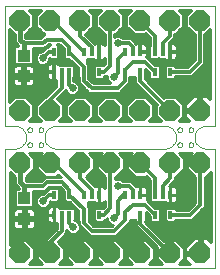
<source format=gbl>
G75*
%MOIN*%
%OFA0B0*%
%FSLAX24Y24*%
%IPPOS*%
%LPD*%
%AMOC8*
5,1,8,0,0,1.08239X$1,22.5*
%
%ADD10C,0.0000*%
%ADD11R,0.0425X0.0413*%
%ADD12R,0.0157X0.0276*%
%ADD13OC8,0.0700*%
%ADD14C,0.0100*%
%ADD15C,0.0260*%
%ADD16C,0.0120*%
%ADD17C,0.0160*%
D10*
X000330Y000150D02*
X000330Y004145D01*
X000643Y004145D01*
X000680Y004147D01*
X000717Y004152D01*
X000753Y004161D01*
X000788Y004174D01*
X000821Y004190D01*
X000853Y004209D01*
X000883Y004231D01*
X000910Y004256D01*
X000935Y004283D01*
X000957Y004313D01*
X000976Y004345D01*
X000992Y004378D01*
X001005Y004413D01*
X001014Y004449D01*
X001019Y004486D01*
X001021Y004523D01*
X001019Y004560D01*
X001014Y004597D01*
X001005Y004633D01*
X000992Y004668D01*
X000976Y004701D01*
X000957Y004733D01*
X000935Y004763D01*
X000910Y004790D01*
X000883Y004815D01*
X000853Y004837D01*
X000821Y004856D01*
X000788Y004872D01*
X000753Y004885D01*
X000717Y004894D01*
X000680Y004899D01*
X000643Y004901D01*
X000643Y004900D02*
X000330Y004900D01*
X000330Y008895D01*
X007322Y008895D01*
X007322Y004900D01*
X007018Y004900D01*
X007018Y004901D02*
X006981Y004899D01*
X006944Y004894D01*
X006908Y004885D01*
X006873Y004872D01*
X006840Y004856D01*
X006808Y004837D01*
X006778Y004815D01*
X006751Y004790D01*
X006726Y004763D01*
X006704Y004733D01*
X006685Y004701D01*
X006669Y004668D01*
X006656Y004633D01*
X006647Y004597D01*
X006642Y004560D01*
X006640Y004523D01*
X006642Y004486D01*
X006647Y004449D01*
X006656Y004413D01*
X006669Y004378D01*
X006685Y004345D01*
X006704Y004313D01*
X006726Y004283D01*
X006751Y004256D01*
X006778Y004231D01*
X006808Y004209D01*
X006840Y004190D01*
X006873Y004174D01*
X006908Y004161D01*
X006944Y004152D01*
X006981Y004147D01*
X007018Y004145D01*
X007322Y004145D01*
X007322Y000150D01*
X000330Y000150D01*
X002018Y004145D02*
X005643Y004145D01*
X005680Y004147D01*
X005717Y004152D01*
X005753Y004161D01*
X005788Y004174D01*
X005821Y004190D01*
X005853Y004209D01*
X005883Y004231D01*
X005910Y004256D01*
X005935Y004283D01*
X005957Y004313D01*
X005976Y004345D01*
X005992Y004378D01*
X006005Y004413D01*
X006014Y004449D01*
X006019Y004486D01*
X006021Y004523D01*
X006019Y004560D01*
X006014Y004597D01*
X006005Y004633D01*
X005992Y004668D01*
X005976Y004701D01*
X005957Y004733D01*
X005935Y004763D01*
X005910Y004790D01*
X005883Y004815D01*
X005853Y004837D01*
X005821Y004856D01*
X005788Y004872D01*
X005753Y004885D01*
X005717Y004894D01*
X005680Y004899D01*
X005643Y004901D01*
X005643Y004900D02*
X002018Y004900D01*
X002018Y004901D02*
X001981Y004899D01*
X001944Y004894D01*
X001908Y004885D01*
X001873Y004872D01*
X001840Y004856D01*
X001808Y004837D01*
X001778Y004815D01*
X001751Y004790D01*
X001726Y004763D01*
X001704Y004733D01*
X001685Y004701D01*
X001669Y004668D01*
X001656Y004633D01*
X001647Y004597D01*
X001642Y004560D01*
X001640Y004523D01*
X001642Y004486D01*
X001647Y004449D01*
X001656Y004413D01*
X001669Y004378D01*
X001685Y004345D01*
X001704Y004313D01*
X001726Y004283D01*
X001751Y004256D01*
X001778Y004231D01*
X001808Y004209D01*
X001840Y004190D01*
X001873Y004174D01*
X001908Y004161D01*
X001944Y004152D01*
X001981Y004147D01*
X002018Y004145D01*
X001439Y004275D02*
X001441Y004293D01*
X001447Y004309D01*
X001456Y004324D01*
X001469Y004337D01*
X001484Y004346D01*
X001500Y004352D01*
X001518Y004354D01*
X001536Y004352D01*
X001552Y004346D01*
X001567Y004337D01*
X001580Y004324D01*
X001589Y004309D01*
X001595Y004293D01*
X001597Y004275D01*
X001595Y004257D01*
X001589Y004241D01*
X001580Y004226D01*
X001567Y004213D01*
X001552Y004204D01*
X001536Y004198D01*
X001518Y004196D01*
X001500Y004198D01*
X001484Y004204D01*
X001469Y004213D01*
X001456Y004226D01*
X001447Y004241D01*
X001441Y004257D01*
X001439Y004275D01*
X001064Y004275D02*
X001066Y004293D01*
X001072Y004309D01*
X001081Y004324D01*
X001094Y004337D01*
X001109Y004346D01*
X001125Y004352D01*
X001143Y004354D01*
X001161Y004352D01*
X001177Y004346D01*
X001192Y004337D01*
X001205Y004324D01*
X001214Y004309D01*
X001220Y004293D01*
X001222Y004275D01*
X001220Y004257D01*
X001214Y004241D01*
X001205Y004226D01*
X001192Y004213D01*
X001177Y004204D01*
X001161Y004198D01*
X001143Y004196D01*
X001125Y004198D01*
X001109Y004204D01*
X001094Y004213D01*
X001081Y004226D01*
X001072Y004241D01*
X001066Y004257D01*
X001064Y004275D01*
X001064Y004775D02*
X001066Y004793D01*
X001072Y004809D01*
X001081Y004824D01*
X001094Y004837D01*
X001109Y004846D01*
X001125Y004852D01*
X001143Y004854D01*
X001161Y004852D01*
X001177Y004846D01*
X001192Y004837D01*
X001205Y004824D01*
X001214Y004809D01*
X001220Y004793D01*
X001222Y004775D01*
X001220Y004757D01*
X001214Y004741D01*
X001205Y004726D01*
X001192Y004713D01*
X001177Y004704D01*
X001161Y004698D01*
X001143Y004696D01*
X001125Y004698D01*
X001109Y004704D01*
X001094Y004713D01*
X001081Y004726D01*
X001072Y004741D01*
X001066Y004757D01*
X001064Y004775D01*
X001439Y004775D02*
X001441Y004793D01*
X001447Y004809D01*
X001456Y004824D01*
X001469Y004837D01*
X001484Y004846D01*
X001500Y004852D01*
X001518Y004854D01*
X001536Y004852D01*
X001552Y004846D01*
X001567Y004837D01*
X001580Y004824D01*
X001589Y004809D01*
X001595Y004793D01*
X001597Y004775D01*
X001595Y004757D01*
X001589Y004741D01*
X001580Y004726D01*
X001567Y004713D01*
X001552Y004704D01*
X001536Y004698D01*
X001518Y004696D01*
X001500Y004698D01*
X001484Y004704D01*
X001469Y004713D01*
X001456Y004726D01*
X001447Y004741D01*
X001441Y004757D01*
X001439Y004775D01*
X006064Y004775D02*
X006066Y004793D01*
X006072Y004809D01*
X006081Y004824D01*
X006094Y004837D01*
X006109Y004846D01*
X006125Y004852D01*
X006143Y004854D01*
X006161Y004852D01*
X006177Y004846D01*
X006192Y004837D01*
X006205Y004824D01*
X006214Y004809D01*
X006220Y004793D01*
X006222Y004775D01*
X006220Y004757D01*
X006214Y004741D01*
X006205Y004726D01*
X006192Y004713D01*
X006177Y004704D01*
X006161Y004698D01*
X006143Y004696D01*
X006125Y004698D01*
X006109Y004704D01*
X006094Y004713D01*
X006081Y004726D01*
X006072Y004741D01*
X006066Y004757D01*
X006064Y004775D01*
X006064Y004275D02*
X006066Y004293D01*
X006072Y004309D01*
X006081Y004324D01*
X006094Y004337D01*
X006109Y004346D01*
X006125Y004352D01*
X006143Y004354D01*
X006161Y004352D01*
X006177Y004346D01*
X006192Y004337D01*
X006205Y004324D01*
X006214Y004309D01*
X006220Y004293D01*
X006222Y004275D01*
X006220Y004257D01*
X006214Y004241D01*
X006205Y004226D01*
X006192Y004213D01*
X006177Y004204D01*
X006161Y004198D01*
X006143Y004196D01*
X006125Y004198D01*
X006109Y004204D01*
X006094Y004213D01*
X006081Y004226D01*
X006072Y004241D01*
X006066Y004257D01*
X006064Y004275D01*
X006439Y004275D02*
X006441Y004293D01*
X006447Y004309D01*
X006456Y004324D01*
X006469Y004337D01*
X006484Y004346D01*
X006500Y004352D01*
X006518Y004354D01*
X006536Y004352D01*
X006552Y004346D01*
X006567Y004337D01*
X006580Y004324D01*
X006589Y004309D01*
X006595Y004293D01*
X006597Y004275D01*
X006595Y004257D01*
X006589Y004241D01*
X006580Y004226D01*
X006567Y004213D01*
X006552Y004204D01*
X006536Y004198D01*
X006518Y004196D01*
X006500Y004198D01*
X006484Y004204D01*
X006469Y004213D01*
X006456Y004226D01*
X006447Y004241D01*
X006441Y004257D01*
X006439Y004275D01*
X006439Y004775D02*
X006441Y004793D01*
X006447Y004809D01*
X006456Y004824D01*
X006469Y004837D01*
X006484Y004846D01*
X006500Y004852D01*
X006518Y004854D01*
X006536Y004852D01*
X006552Y004846D01*
X006567Y004837D01*
X006580Y004824D01*
X006589Y004809D01*
X006595Y004793D01*
X006597Y004775D01*
X006595Y004757D01*
X006589Y004741D01*
X006580Y004726D01*
X006567Y004713D01*
X006552Y004704D01*
X006536Y004698D01*
X006518Y004696D01*
X006500Y004698D01*
X006484Y004704D01*
X006469Y004713D01*
X006456Y004726D01*
X006447Y004741D01*
X006441Y004757D01*
X006439Y004775D01*
D11*
X000955Y006556D03*
X000955Y007244D03*
X000955Y002494D03*
X000955Y001806D03*
D12*
X001949Y001940D03*
X002205Y001940D03*
X002461Y001940D03*
X002949Y001940D03*
X003461Y001940D03*
X003461Y002610D03*
X003205Y002610D03*
X002949Y002610D03*
X002461Y002610D03*
X001949Y002610D03*
X004324Y002610D03*
X004580Y002610D03*
X004836Y002610D03*
X005324Y002610D03*
X005580Y002610D03*
X005836Y002610D03*
X005836Y001940D03*
X005324Y001940D03*
X004836Y001940D03*
X004324Y001940D03*
X004324Y006690D03*
X004836Y006690D03*
X005324Y006690D03*
X005836Y006690D03*
X005836Y007360D03*
X005580Y007360D03*
X005324Y007360D03*
X004836Y007360D03*
X004580Y007360D03*
X004324Y007360D03*
X003461Y007360D03*
X003205Y007360D03*
X002949Y007360D03*
X002461Y007360D03*
X001949Y007360D03*
X001949Y006690D03*
X002205Y006690D03*
X002461Y006690D03*
X002949Y006690D03*
X003461Y006690D03*
D13*
X003830Y005400D03*
X004830Y005400D03*
X005830Y005400D03*
X006830Y005400D03*
X006830Y003650D03*
X005830Y003650D03*
X004830Y003650D03*
X003830Y003650D03*
X002830Y003650D03*
X001830Y003650D03*
X000830Y003650D03*
X000830Y005400D03*
X001830Y005400D03*
X002830Y005400D03*
X002830Y008400D03*
X001830Y008400D03*
X000830Y008400D03*
X003830Y008400D03*
X004830Y008400D03*
X005830Y008400D03*
X006830Y008400D03*
X006830Y000650D03*
X005830Y000650D03*
X004830Y000650D03*
X003830Y000650D03*
X002830Y000650D03*
X001830Y000650D03*
X000830Y000650D03*
D14*
X001116Y000300D02*
X001280Y000464D01*
X001280Y000836D01*
X001016Y001100D01*
X000644Y001100D01*
X000480Y000936D01*
X000480Y003364D01*
X000644Y003200D01*
X000650Y003200D01*
X000650Y002950D01*
X000775Y002825D01*
X000775Y002801D01*
X000701Y002801D01*
X000642Y002743D01*
X000642Y002246D01*
X000701Y002188D01*
X001209Y002188D01*
X001268Y002246D01*
X001268Y002740D01*
X001646Y002740D01*
X001740Y002834D01*
X001771Y002865D01*
X002139Y002865D01*
X002282Y002722D01*
X002282Y002430D01*
X002341Y002372D01*
X002472Y002372D01*
X002770Y002074D01*
X002770Y001761D01*
X002789Y001742D01*
X002789Y001641D01*
X002675Y001755D01*
X002634Y001755D01*
X002640Y001761D01*
X002640Y002120D01*
X002581Y002178D01*
X002341Y002178D01*
X002333Y002170D01*
X002325Y002178D01*
X002140Y002178D01*
X002120Y002198D01*
X002086Y002218D01*
X002048Y002228D01*
X001949Y002228D01*
X001851Y002228D01*
X001812Y002218D01*
X001778Y002198D01*
X001750Y002170D01*
X001731Y002136D01*
X001720Y002098D01*
X001720Y001940D01*
X001720Y001783D01*
X001731Y001745D01*
X001750Y001710D01*
X001778Y001683D01*
X001812Y001663D01*
X001851Y001653D01*
X001949Y001653D01*
X001949Y001940D01*
X001949Y001940D01*
X001949Y001653D01*
X002045Y001653D01*
X002045Y001466D01*
X001764Y001185D01*
X001679Y001100D01*
X001644Y001100D01*
X001380Y000836D01*
X001380Y000464D01*
X001544Y000300D01*
X001116Y000300D01*
X001163Y000347D02*
X001497Y000347D01*
X001398Y000446D02*
X001262Y000446D01*
X001280Y000544D02*
X001380Y000544D01*
X001380Y000643D02*
X001280Y000643D01*
X001280Y000741D02*
X001380Y000741D01*
X001383Y000840D02*
X001277Y000840D01*
X001178Y000938D02*
X001482Y000938D01*
X001580Y001037D02*
X001080Y001037D01*
X001005Y001449D02*
X001187Y001449D01*
X001225Y001459D01*
X001260Y001479D01*
X001288Y001507D01*
X001307Y001541D01*
X001318Y001579D01*
X001318Y001756D01*
X001005Y001756D01*
X001005Y001856D01*
X000905Y001856D01*
X000905Y002162D01*
X000723Y002162D01*
X000685Y002152D01*
X000650Y002132D01*
X000622Y002104D01*
X000603Y002070D01*
X000592Y002032D01*
X000592Y001856D01*
X000905Y001856D01*
X000905Y001756D01*
X000592Y001756D01*
X000592Y001579D01*
X000603Y001541D01*
X000622Y001507D01*
X000650Y001479D01*
X000685Y001459D01*
X000723Y001449D01*
X000905Y001449D01*
X000905Y001756D01*
X001005Y001756D01*
X001005Y001449D01*
X001005Y001529D02*
X000905Y001529D01*
X000905Y001628D02*
X001005Y001628D01*
X001005Y001726D02*
X000905Y001726D01*
X000905Y001825D02*
X000480Y001825D01*
X000480Y001923D02*
X000592Y001923D01*
X000592Y002022D02*
X000480Y002022D01*
X000480Y002120D02*
X000638Y002120D01*
X000670Y002219D02*
X000480Y002219D01*
X000480Y002317D02*
X000642Y002317D01*
X000642Y002416D02*
X000480Y002416D01*
X000480Y002514D02*
X000642Y002514D01*
X000642Y002613D02*
X000480Y002613D01*
X000480Y002711D02*
X000642Y002711D01*
X000775Y002810D02*
X000480Y002810D01*
X000480Y002908D02*
X000692Y002908D01*
X000650Y003007D02*
X000480Y003007D01*
X000480Y003105D02*
X000650Y003105D01*
X000640Y003204D02*
X000480Y003204D01*
X000480Y003302D02*
X000542Y003302D01*
X001010Y003200D02*
X001010Y003100D01*
X001030Y003080D01*
X001050Y003060D01*
X001514Y003060D01*
X001639Y003185D01*
X001771Y003185D01*
X002194Y003185D01*
X002098Y003281D01*
X002016Y003200D01*
X001644Y003200D01*
X001380Y003464D01*
X001380Y003836D01*
X001544Y004000D01*
X001116Y004000D01*
X001280Y003836D01*
X001280Y003464D01*
X001016Y003200D01*
X001010Y003200D01*
X001020Y003204D02*
X001640Y003204D01*
X001559Y003105D02*
X001010Y003105D01*
X001118Y003302D02*
X001542Y003302D01*
X001443Y003401D02*
X001217Y003401D01*
X001280Y003499D02*
X001380Y003499D01*
X001380Y003598D02*
X001280Y003598D01*
X001280Y003696D02*
X001380Y003696D01*
X001380Y003795D02*
X001280Y003795D01*
X001223Y003893D02*
X001437Y003893D01*
X001535Y003992D02*
X001125Y003992D01*
X002020Y003204D02*
X002175Y003204D01*
X002069Y002847D02*
X001829Y002847D01*
X001770Y002789D01*
X001770Y002770D01*
X001723Y002770D01*
X001584Y002630D01*
X001485Y002630D01*
X001350Y002495D01*
X001350Y002305D01*
X001485Y002170D01*
X001675Y002170D01*
X001810Y002305D01*
X001810Y002391D01*
X001829Y002372D01*
X002069Y002372D01*
X002128Y002430D01*
X002128Y002789D01*
X002069Y002847D01*
X002107Y002810D02*
X002194Y002810D01*
X002128Y002711D02*
X002282Y002711D01*
X002282Y002613D02*
X002128Y002613D01*
X002128Y002514D02*
X002282Y002514D01*
X002297Y002416D02*
X002113Y002416D01*
X002084Y002219D02*
X002626Y002219D01*
X002639Y002120D02*
X002724Y002120D01*
X002770Y002022D02*
X002640Y002022D01*
X002640Y001923D02*
X002770Y001923D01*
X002770Y001825D02*
X002640Y001825D01*
X002704Y001726D02*
X002789Y001726D01*
X002810Y001569D02*
X003045Y001334D01*
X003139Y001240D01*
X004021Y001240D01*
X004115Y001334D01*
X004484Y001703D01*
X004484Y001742D01*
X004503Y001761D01*
X004503Y001770D01*
X004657Y001770D01*
X004657Y001761D01*
X004676Y001742D01*
X004676Y001578D01*
X005399Y000855D01*
X005380Y000836D01*
X005380Y000464D01*
X005544Y000300D01*
X005116Y000300D01*
X005280Y000464D01*
X005280Y000836D01*
X005016Y001100D01*
X004644Y001100D01*
X004380Y000836D01*
X004380Y000464D01*
X004544Y000300D01*
X004116Y000300D01*
X004280Y000464D01*
X004280Y000836D01*
X004016Y001100D01*
X003644Y001100D01*
X003380Y000836D01*
X003380Y000464D01*
X003544Y000300D01*
X003116Y000300D01*
X003280Y000464D01*
X003280Y000836D01*
X003016Y001100D01*
X002644Y001100D01*
X002380Y000836D01*
X002380Y000464D01*
X002544Y000300D01*
X002116Y000300D01*
X002280Y000464D01*
X002280Y000836D01*
X002074Y001043D01*
X002365Y001334D01*
X002365Y001415D01*
X002485Y001295D01*
X002675Y001295D01*
X002810Y001430D01*
X002810Y001569D01*
X002810Y001529D02*
X002850Y001529D01*
X002810Y001431D02*
X002948Y001431D01*
X003047Y001332D02*
X002712Y001332D01*
X002580Y001037D02*
X002080Y001037D01*
X002166Y001135D02*
X005119Y001135D01*
X005080Y001037D02*
X005217Y001037D01*
X005178Y000938D02*
X005316Y000938D01*
X005277Y000840D02*
X005383Y000840D01*
X005380Y000741D02*
X005280Y000741D01*
X005280Y000643D02*
X005380Y000643D01*
X005380Y000544D02*
X005280Y000544D01*
X005262Y000446D02*
X005398Y000446D01*
X005497Y000347D02*
X005163Y000347D01*
X005625Y001081D02*
X004996Y001710D01*
X004996Y001742D01*
X005015Y001761D01*
X005015Y002024D01*
X005145Y001893D01*
X005145Y001761D01*
X005204Y001703D01*
X005444Y001703D01*
X005503Y001761D01*
X005503Y002120D01*
X005444Y002178D01*
X005313Y002178D01*
X005059Y002432D01*
X005065Y002452D01*
X005065Y002610D01*
X005065Y002767D01*
X005054Y002805D01*
X005035Y002840D01*
X005007Y002867D01*
X004973Y002887D01*
X004934Y002897D01*
X004836Y002897D01*
X004836Y002610D01*
X004836Y002610D01*
X004836Y002897D01*
X004737Y002897D01*
X004699Y002887D01*
X004696Y002885D01*
X004615Y002966D01*
X004521Y003060D01*
X004245Y003060D01*
X004175Y003130D01*
X003990Y003130D01*
X003990Y003200D01*
X004016Y003200D01*
X004280Y003464D01*
X004280Y003836D01*
X004121Y003995D01*
X004539Y003995D01*
X004380Y003836D01*
X004380Y003464D01*
X004644Y003200D01*
X005016Y003200D01*
X005035Y003219D01*
X005164Y003090D01*
X005164Y002808D01*
X005145Y002789D01*
X005145Y002430D01*
X005204Y002372D01*
X005444Y002372D01*
X005452Y002380D01*
X005460Y002372D01*
X005645Y002372D01*
X005665Y002352D01*
X005699Y002332D01*
X005737Y002322D01*
X005836Y002322D01*
X005934Y002322D01*
X005973Y002332D01*
X006007Y002352D01*
X006035Y002380D01*
X006054Y002414D01*
X006065Y002452D01*
X006065Y002610D01*
X006065Y002767D01*
X006054Y002805D01*
X006035Y002840D01*
X006007Y002867D01*
X005973Y002887D01*
X005934Y002897D01*
X005836Y002897D01*
X005836Y002610D01*
X005836Y002610D01*
X005836Y002897D01*
X005804Y002897D01*
X005990Y003084D01*
X005990Y003200D01*
X006016Y003200D01*
X006280Y003464D01*
X006280Y003836D01*
X006116Y004000D01*
X006544Y004000D01*
X006380Y003836D01*
X006380Y003464D01*
X006644Y003200D01*
X006670Y003200D01*
X006670Y002341D01*
X006429Y002100D01*
X006015Y002100D01*
X006015Y002120D01*
X005956Y002178D01*
X005716Y002178D01*
X005657Y002120D01*
X005657Y001761D01*
X005716Y001703D01*
X005956Y001703D01*
X006015Y001761D01*
X006015Y001780D01*
X006562Y001780D01*
X006896Y002115D01*
X006990Y002209D01*
X006990Y003200D01*
X007016Y003200D01*
X007172Y003356D01*
X007172Y001015D01*
X007037Y001150D01*
X006880Y001150D01*
X006880Y000700D01*
X006780Y000700D01*
X006780Y001150D01*
X006623Y001150D01*
X006330Y000857D01*
X006330Y000700D01*
X006780Y000700D01*
X006780Y000600D01*
X006330Y000600D01*
X006330Y000443D01*
X006473Y000300D01*
X006116Y000300D01*
X006280Y000464D01*
X006280Y000836D01*
X006016Y001100D01*
X005644Y001100D01*
X005625Y001081D01*
X005571Y001135D02*
X006608Y001135D01*
X006509Y001037D02*
X006080Y001037D01*
X006178Y000938D02*
X006411Y000938D01*
X006330Y000840D02*
X006277Y000840D01*
X006280Y000741D02*
X006330Y000741D01*
X006280Y000643D02*
X006780Y000643D01*
X006780Y000741D02*
X006880Y000741D01*
X006880Y000840D02*
X006780Y000840D01*
X006780Y000938D02*
X006880Y000938D01*
X006880Y001037D02*
X006780Y001037D01*
X006780Y001135D02*
X006880Y001135D01*
X007052Y001135D02*
X007172Y001135D01*
X007172Y001037D02*
X007151Y001037D01*
X007172Y001234D02*
X005473Y001234D01*
X005374Y001332D02*
X007172Y001332D01*
X007172Y001431D02*
X005276Y001431D01*
X005177Y001529D02*
X007172Y001529D01*
X007172Y001628D02*
X005079Y001628D01*
X004996Y001726D02*
X005180Y001726D01*
X005145Y001825D02*
X005015Y001825D01*
X005015Y001923D02*
X005115Y001923D01*
X005017Y002022D02*
X005015Y002022D01*
X005174Y002317D02*
X006646Y002317D01*
X006670Y002416D02*
X006055Y002416D01*
X006065Y002514D02*
X006670Y002514D01*
X006670Y002613D02*
X006065Y002613D01*
X006065Y002610D02*
X005836Y002610D01*
X005836Y002610D01*
X006065Y002610D01*
X006065Y002711D02*
X006670Y002711D01*
X006670Y002810D02*
X006052Y002810D01*
X005913Y003007D02*
X006670Y003007D01*
X006670Y003105D02*
X005990Y003105D01*
X006020Y003204D02*
X006640Y003204D01*
X006542Y003302D02*
X006118Y003302D01*
X006217Y003401D02*
X006443Y003401D01*
X006380Y003499D02*
X006280Y003499D01*
X006280Y003598D02*
X006380Y003598D01*
X006380Y003696D02*
X006280Y003696D01*
X006280Y003795D02*
X006380Y003795D01*
X006437Y003893D02*
X006223Y003893D01*
X006125Y003992D02*
X006535Y003992D01*
X007118Y003302D02*
X007172Y003302D01*
X007172Y003204D02*
X007020Y003204D01*
X006990Y003105D02*
X007172Y003105D01*
X007172Y003007D02*
X006990Y003007D01*
X006990Y002908D02*
X007172Y002908D01*
X007172Y002810D02*
X006990Y002810D01*
X006990Y002711D02*
X007172Y002711D01*
X007172Y002613D02*
X006990Y002613D01*
X006990Y002514D02*
X007172Y002514D01*
X007172Y002416D02*
X006990Y002416D01*
X006990Y002317D02*
X007172Y002317D01*
X007172Y002219D02*
X006990Y002219D01*
X006901Y002120D02*
X007172Y002120D01*
X007172Y002022D02*
X006803Y002022D01*
X006704Y001923D02*
X007172Y001923D01*
X007172Y001825D02*
X006606Y001825D01*
X006449Y002120D02*
X006014Y002120D01*
X005836Y002322D02*
X005836Y002610D01*
X005836Y002610D01*
X005836Y002322D01*
X005836Y002416D02*
X005836Y002416D01*
X005836Y002514D02*
X005836Y002514D01*
X005836Y002613D02*
X005836Y002613D01*
X005836Y002711D02*
X005836Y002711D01*
X005836Y002810D02*
X005836Y002810D01*
X005814Y002908D02*
X006670Y002908D01*
X006547Y002219D02*
X005272Y002219D01*
X005160Y002416D02*
X005075Y002416D01*
X005065Y002514D02*
X005145Y002514D01*
X005145Y002613D02*
X005065Y002613D01*
X005065Y002610D02*
X004836Y002610D01*
X004836Y002610D01*
X005065Y002610D01*
X005065Y002711D02*
X005145Y002711D01*
X005164Y002810D02*
X005052Y002810D01*
X005164Y002908D02*
X004673Y002908D01*
X004575Y003007D02*
X005164Y003007D01*
X005149Y003105D02*
X004200Y003105D01*
X004118Y003302D02*
X004542Y003302D01*
X004640Y003204D02*
X004020Y003204D01*
X004217Y003401D02*
X004443Y003401D01*
X004380Y003499D02*
X004280Y003499D01*
X004280Y003598D02*
X004380Y003598D01*
X004380Y003696D02*
X004280Y003696D01*
X004280Y003795D02*
X004380Y003795D01*
X004437Y003893D02*
X004223Y003893D01*
X004125Y003992D02*
X004535Y003992D01*
X005020Y003204D02*
X005050Y003204D01*
X004836Y002810D02*
X004836Y002810D01*
X004836Y002711D02*
X004836Y002711D01*
X004836Y002613D02*
X004836Y002613D01*
X005502Y002120D02*
X005658Y002120D01*
X005657Y002022D02*
X005503Y002022D01*
X005503Y001923D02*
X005657Y001923D01*
X005657Y001825D02*
X005503Y001825D01*
X005468Y001726D02*
X005692Y001726D01*
X005980Y001726D02*
X007172Y001726D01*
X006330Y000544D02*
X006280Y000544D01*
X006262Y000446D02*
X006330Y000446D01*
X006426Y000347D02*
X006163Y000347D01*
X005020Y001234D02*
X002265Y001234D01*
X002363Y001332D02*
X002448Y001332D01*
X002482Y000938D02*
X002178Y000938D01*
X002277Y000840D02*
X002383Y000840D01*
X002380Y000741D02*
X002280Y000741D01*
X002280Y000643D02*
X002380Y000643D01*
X002380Y000544D02*
X002280Y000544D01*
X002262Y000446D02*
X002398Y000446D01*
X002497Y000347D02*
X002163Y000347D01*
X001714Y001135D02*
X000480Y001135D01*
X000480Y001037D02*
X000580Y001037D01*
X000482Y000938D02*
X000480Y000938D01*
X000480Y001234D02*
X001812Y001234D01*
X001911Y001332D02*
X000480Y001332D01*
X000480Y001431D02*
X002009Y001431D01*
X002045Y001529D02*
X001300Y001529D01*
X001318Y001628D02*
X002045Y001628D01*
X001949Y001726D02*
X001949Y001726D01*
X001949Y001825D02*
X001949Y001825D01*
X001949Y001923D02*
X001949Y001923D01*
X001949Y001940D02*
X001720Y001940D01*
X001949Y001940D01*
X001949Y001940D01*
X001949Y002228D01*
X001949Y001940D01*
X001949Y001940D01*
X001949Y002022D02*
X001949Y002022D01*
X001949Y002120D02*
X001949Y002120D01*
X001949Y002219D02*
X001949Y002219D01*
X001815Y002219D02*
X001724Y002219D01*
X001726Y002120D02*
X001272Y002120D01*
X001260Y002132D02*
X001225Y002152D01*
X001187Y002162D01*
X001005Y002162D01*
X001005Y001856D01*
X001318Y001856D01*
X001318Y002032D01*
X001307Y002070D01*
X001288Y002104D01*
X001260Y002132D01*
X001240Y002219D02*
X001436Y002219D01*
X001350Y002317D02*
X001268Y002317D01*
X001268Y002416D02*
X001350Y002416D01*
X001369Y002514D02*
X001268Y002514D01*
X001268Y002613D02*
X001467Y002613D01*
X001665Y002711D02*
X001268Y002711D01*
X001716Y002810D02*
X001791Y002810D01*
X001810Y002317D02*
X002527Y002317D01*
X003085Y002317D02*
X003670Y002317D01*
X003632Y002352D02*
X003660Y002380D01*
X003670Y002398D01*
X003670Y002216D01*
X003606Y002153D01*
X003581Y002178D01*
X003341Y002178D01*
X003282Y002120D01*
X003282Y001761D01*
X003341Y001703D01*
X003581Y001703D01*
X003640Y001761D01*
X003640Y001780D01*
X003687Y001780D01*
X003725Y001819D01*
X003725Y001742D01*
X003860Y001608D01*
X003936Y001608D01*
X003889Y001560D01*
X003271Y001560D01*
X003109Y001722D01*
X003109Y001742D01*
X003128Y001761D01*
X003128Y002120D01*
X003109Y002138D01*
X003109Y002188D01*
X003085Y002212D01*
X003085Y002372D01*
X003270Y002372D01*
X003290Y002352D01*
X003324Y002332D01*
X003362Y002322D01*
X003461Y002322D01*
X003559Y002322D01*
X003598Y002332D01*
X003632Y002352D01*
X003670Y002219D02*
X003085Y002219D01*
X003127Y002120D02*
X003283Y002120D01*
X003282Y002022D02*
X003128Y002022D01*
X003128Y001923D02*
X003282Y001923D01*
X003282Y001825D02*
X003128Y001825D01*
X003109Y001726D02*
X003317Y001726D01*
X003204Y001628D02*
X003840Y001628D01*
X003741Y001726D02*
X003605Y001726D01*
X003461Y002322D02*
X003461Y002610D01*
X003461Y002610D01*
X003461Y002897D01*
X003559Y002897D01*
X003598Y002887D01*
X003632Y002867D01*
X003660Y002840D01*
X003670Y002822D01*
X003670Y003200D01*
X003644Y003200D01*
X003380Y003464D01*
X003380Y003836D01*
X003539Y003995D01*
X003121Y003995D01*
X003280Y003836D01*
X003280Y003464D01*
X003016Y003200D01*
X003006Y003200D01*
X003321Y002885D01*
X003324Y002887D01*
X003362Y002897D01*
X003461Y002897D01*
X003461Y002610D01*
X003461Y002610D01*
X003461Y002322D01*
X003461Y002416D02*
X003461Y002416D01*
X003461Y002514D02*
X003461Y002514D01*
X003461Y002613D02*
X003461Y002613D01*
X003461Y002711D02*
X003461Y002711D01*
X003461Y002810D02*
X003461Y002810D01*
X003298Y002908D02*
X003670Y002908D01*
X003670Y003007D02*
X003200Y003007D01*
X003101Y003105D02*
X003670Y003105D01*
X003640Y003204D02*
X003020Y003204D01*
X003118Y003302D02*
X003542Y003302D01*
X003443Y003401D02*
X003217Y003401D01*
X003280Y003499D02*
X003380Y003499D01*
X003380Y003598D02*
X003280Y003598D01*
X003280Y003696D02*
X003380Y003696D01*
X003380Y003795D02*
X003280Y003795D01*
X003223Y003893D02*
X003437Y003893D01*
X003535Y003992D02*
X003125Y003992D01*
X001720Y002022D02*
X001318Y002022D01*
X001318Y001923D02*
X001720Y001923D01*
X001720Y001825D02*
X001005Y001825D01*
X001005Y001923D02*
X000905Y001923D01*
X000905Y002022D02*
X001005Y002022D01*
X001005Y002120D02*
X000905Y002120D01*
X000592Y001726D02*
X000480Y001726D01*
X000480Y001628D02*
X000592Y001628D01*
X000610Y001529D02*
X000480Y001529D01*
X001318Y001726D02*
X001741Y001726D01*
X003080Y001037D02*
X003580Y001037D01*
X003482Y000938D02*
X003178Y000938D01*
X003277Y000840D02*
X003383Y000840D01*
X003380Y000741D02*
X003280Y000741D01*
X003280Y000643D02*
X003380Y000643D01*
X003380Y000544D02*
X003280Y000544D01*
X003262Y000446D02*
X003398Y000446D01*
X003497Y000347D02*
X003163Y000347D01*
X004080Y001037D02*
X004580Y001037D01*
X004482Y000938D02*
X004178Y000938D01*
X004277Y000840D02*
X004383Y000840D01*
X004380Y000741D02*
X004280Y000741D01*
X004280Y000643D02*
X004380Y000643D01*
X004380Y000544D02*
X004280Y000544D01*
X004262Y000446D02*
X004398Y000446D01*
X004497Y000347D02*
X004163Y000347D01*
X004113Y001332D02*
X004922Y001332D01*
X004823Y001431D02*
X004212Y001431D01*
X004310Y001529D02*
X004725Y001529D01*
X004676Y001628D02*
X004409Y001628D01*
X004484Y001726D02*
X004676Y001726D01*
D15*
X003955Y001838D03*
X003330Y001025D03*
X002580Y001525D03*
X002330Y001025D03*
X001580Y002025D03*
X001580Y002400D03*
X002205Y002275D03*
X001330Y003275D03*
X003205Y002275D03*
X003330Y003275D03*
X004080Y002900D03*
X004330Y003275D03*
X005580Y002275D03*
X006330Y003275D03*
X003955Y006525D03*
X003330Y005775D03*
X002580Y006150D03*
X002330Y005775D03*
X001580Y006775D03*
X001580Y007150D03*
X002205Y007025D03*
X001330Y008025D03*
X003205Y007025D03*
X003330Y008025D03*
X004080Y007650D03*
X004330Y008025D03*
X005580Y007025D03*
X006330Y008025D03*
D16*
X006170Y008090D02*
X006490Y008090D01*
X006371Y008208D02*
X006289Y008208D01*
X006290Y008209D02*
X006290Y008591D01*
X006146Y008735D01*
X006514Y008735D01*
X006370Y008591D01*
X006370Y008209D01*
X006639Y007940D01*
X006660Y007940D01*
X006660Y007095D01*
X006425Y006860D01*
X006025Y006860D01*
X006025Y006874D01*
X005960Y006938D01*
X005712Y006938D01*
X005647Y006874D01*
X005647Y006507D01*
X005712Y006443D01*
X005960Y006443D01*
X006025Y006507D01*
X006025Y006520D01*
X006566Y006520D01*
X006900Y006855D01*
X007000Y006955D01*
X007000Y007940D01*
X007021Y007940D01*
X007162Y008082D01*
X007162Y005789D01*
X007041Y005910D01*
X006870Y005910D01*
X006870Y005440D01*
X006790Y005440D01*
X006790Y005910D01*
X006619Y005910D01*
X006320Y005611D01*
X006320Y005440D01*
X006790Y005440D01*
X006790Y005360D01*
X006320Y005360D01*
X006320Y005189D01*
X006449Y005060D01*
X006141Y005060D01*
X006290Y005209D01*
X006290Y005591D01*
X006021Y005860D01*
X005639Y005860D01*
X005625Y005845D01*
X005006Y006465D01*
X005006Y006488D01*
X005025Y006507D01*
X005025Y006749D01*
X005135Y006639D01*
X005135Y006507D01*
X005200Y006443D01*
X005448Y006443D01*
X005513Y006507D01*
X005513Y006874D01*
X005448Y006938D01*
X005317Y006938D01*
X005070Y007185D01*
X005075Y007201D01*
X005075Y007360D01*
X005075Y007519D01*
X005064Y007559D01*
X005043Y007596D01*
X005013Y007625D01*
X004976Y007647D01*
X004936Y007657D01*
X004836Y007657D01*
X004836Y007360D01*
X004836Y007360D01*
X004836Y007657D01*
X004736Y007657D01*
X004698Y007647D01*
X004650Y007695D01*
X004625Y007720D01*
X004625Y007720D01*
X004525Y007820D01*
X004249Y007820D01*
X004216Y007853D01*
X004128Y007890D01*
X004032Y007890D01*
X004000Y007877D01*
X004000Y007940D01*
X004021Y007940D01*
X004290Y008209D01*
X004290Y008591D01*
X004146Y008735D01*
X004514Y008735D01*
X004370Y008591D01*
X004370Y008209D01*
X004639Y007940D01*
X005021Y007940D01*
X005035Y007955D01*
X005154Y007835D01*
X005154Y007562D01*
X005135Y007543D01*
X005135Y007176D01*
X005200Y007112D01*
X005448Y007112D01*
X005452Y007115D01*
X005456Y007112D01*
X005641Y007112D01*
X005659Y007094D01*
X005695Y007073D01*
X005736Y007062D01*
X005836Y007062D01*
X005936Y007062D01*
X005976Y007073D01*
X006013Y007094D01*
X006043Y007124D01*
X006064Y007160D01*
X006075Y007201D01*
X006075Y007360D01*
X006075Y007519D01*
X006064Y007559D01*
X006043Y007596D01*
X006013Y007625D01*
X005976Y007647D01*
X005936Y007657D01*
X005836Y007657D01*
X005836Y007360D01*
X005836Y007360D01*
X005836Y007657D01*
X005828Y007657D01*
X005900Y007730D01*
X006000Y007830D01*
X006000Y007940D01*
X006021Y007940D01*
X006290Y008209D01*
X006290Y008327D02*
X006370Y008327D01*
X006370Y008445D02*
X006290Y008445D01*
X006290Y008564D02*
X006370Y008564D01*
X006461Y008682D02*
X006199Y008682D01*
X005830Y008400D02*
X005830Y007900D01*
X005580Y007650D01*
X005580Y007360D01*
X005836Y007360D02*
X005836Y007062D01*
X005836Y007360D01*
X006075Y007360D01*
X005836Y007360D01*
X005836Y007360D01*
X005836Y007360D01*
X005836Y007379D02*
X005836Y007379D01*
X005836Y007497D02*
X005836Y007497D01*
X005836Y007616D02*
X005836Y007616D01*
X005904Y007734D02*
X006660Y007734D01*
X006660Y007616D02*
X006023Y007616D01*
X006075Y007497D02*
X006660Y007497D01*
X006660Y007379D02*
X006075Y007379D01*
X006075Y007260D02*
X006660Y007260D01*
X006660Y007142D02*
X006053Y007142D01*
X005836Y007142D02*
X005836Y007142D01*
X005836Y007260D02*
X005836Y007260D01*
X005994Y006905D02*
X006469Y006905D01*
X006588Y007023D02*
X005232Y007023D01*
X005170Y007142D02*
X005113Y007142D01*
X005135Y007260D02*
X005075Y007260D01*
X005075Y007360D02*
X004836Y007360D01*
X005075Y007360D01*
X005075Y007379D02*
X005135Y007379D01*
X005135Y007497D02*
X005075Y007497D01*
X005023Y007616D02*
X005154Y007616D01*
X005154Y007734D02*
X004611Y007734D01*
X004650Y007695D02*
X004650Y007695D01*
X004580Y007525D02*
X004455Y007650D01*
X004080Y007650D01*
X004217Y007853D02*
X005137Y007853D01*
X005324Y007906D02*
X004830Y008400D01*
X004608Y007971D02*
X004052Y007971D01*
X004170Y008090D02*
X004490Y008090D01*
X004371Y008208D02*
X004289Y008208D01*
X004290Y008327D02*
X004370Y008327D01*
X004370Y008445D02*
X004290Y008445D01*
X004290Y008564D02*
X004370Y008564D01*
X004461Y008682D02*
X004199Y008682D01*
X003830Y008400D02*
X003830Y006900D01*
X003620Y006690D01*
X003461Y006690D01*
X003650Y006520D02*
X003691Y006520D01*
X003715Y006545D01*
X003715Y006477D01*
X003752Y006389D01*
X003819Y006322D01*
X003823Y006320D01*
X003275Y006320D01*
X003125Y006470D01*
X003125Y006494D01*
X003138Y006507D01*
X003138Y006874D01*
X003119Y006892D01*
X003119Y006942D01*
X003095Y006966D01*
X003095Y007112D01*
X003266Y007112D01*
X003284Y007094D01*
X003320Y007073D01*
X003361Y007062D01*
X003461Y007062D01*
X003561Y007062D01*
X003601Y007073D01*
X003638Y007094D01*
X003660Y007116D01*
X003660Y006970D01*
X003606Y006917D01*
X003585Y006938D01*
X003337Y006938D01*
X003272Y006874D01*
X003272Y006507D01*
X003337Y006443D01*
X003585Y006443D01*
X003650Y006507D01*
X003650Y006520D01*
X003734Y006431D02*
X003165Y006431D01*
X003138Y006549D02*
X003272Y006549D01*
X003272Y006668D02*
X003138Y006668D01*
X003138Y006786D02*
X003272Y006786D01*
X003303Y006905D02*
X003119Y006905D01*
X003095Y007023D02*
X003660Y007023D01*
X003461Y007062D02*
X003461Y007360D01*
X003461Y007360D01*
X003461Y007657D01*
X003561Y007657D01*
X003601Y007647D01*
X003638Y007625D01*
X003660Y007603D01*
X003660Y007940D01*
X003639Y007940D01*
X003370Y008209D01*
X003370Y008591D01*
X003514Y008735D01*
X003146Y008735D01*
X003290Y008591D01*
X003290Y008209D01*
X003025Y007945D01*
X003323Y007647D01*
X003361Y007657D01*
X003461Y007657D01*
X003461Y007360D01*
X003461Y007360D01*
X003461Y007062D01*
X003461Y007142D02*
X003461Y007142D01*
X003461Y007260D02*
X003461Y007260D01*
X003461Y007379D02*
X003461Y007379D01*
X003461Y007497D02*
X003461Y007497D01*
X003461Y007616D02*
X003461Y007616D01*
X003648Y007616D02*
X003660Y007616D01*
X003660Y007734D02*
X003236Y007734D01*
X003118Y007853D02*
X003660Y007853D01*
X003608Y007971D02*
X003052Y007971D01*
X003170Y008090D02*
X003490Y008090D01*
X003371Y008208D02*
X003289Y008208D01*
X003290Y008327D02*
X003370Y008327D01*
X003370Y008445D02*
X003290Y008445D01*
X003290Y008564D02*
X003370Y008564D01*
X003461Y008682D02*
X003199Y008682D01*
X002830Y008400D02*
X002830Y007900D01*
X003205Y007525D01*
X003205Y007360D01*
X002949Y007360D02*
X001909Y008400D01*
X001830Y008400D01*
X001514Y008735D02*
X001370Y008591D01*
X001370Y008209D01*
X001635Y007945D01*
X001510Y007820D01*
X001054Y007820D01*
X001034Y007840D01*
X001020Y007854D01*
X001020Y007940D01*
X001021Y007940D01*
X001290Y008209D01*
X001290Y008591D01*
X001146Y008735D01*
X001514Y008735D01*
X001461Y008682D02*
X001199Y008682D01*
X001290Y008564D02*
X001370Y008564D01*
X001370Y008445D02*
X001290Y008445D01*
X001290Y008327D02*
X001370Y008327D01*
X001371Y008208D02*
X001289Y008208D01*
X001170Y008090D02*
X001490Y008090D01*
X001608Y007971D02*
X001052Y007971D01*
X001021Y007853D02*
X001542Y007853D01*
X001705Y007775D02*
X001580Y007650D01*
X000955Y007650D01*
X000765Y007571D02*
X000765Y007561D01*
X000697Y007561D01*
X000632Y007497D01*
X000632Y006992D01*
X000697Y006928D01*
X001213Y006928D01*
X001278Y006992D01*
X001278Y007480D01*
X001650Y007480D01*
X001750Y007580D01*
X001775Y007605D01*
X001822Y007605D01*
X001760Y007543D01*
X001760Y007530D01*
X001719Y007530D01*
X001580Y007390D01*
X001532Y007390D01*
X001444Y007353D01*
X001377Y007286D01*
X001340Y007198D01*
X001340Y007102D01*
X001377Y007014D01*
X001444Y006947D01*
X001532Y006910D01*
X001628Y006910D01*
X001716Y006947D01*
X001783Y007014D01*
X001820Y007102D01*
X001820Y007117D01*
X001825Y007112D01*
X002073Y007112D01*
X002138Y007176D01*
X002138Y007543D01*
X002076Y007605D01*
X002135Y007605D01*
X002272Y007467D01*
X002272Y007176D01*
X002337Y007112D01*
X002468Y007112D01*
X002760Y006820D01*
X002760Y006507D01*
X002785Y006482D01*
X002785Y006330D01*
X003035Y006080D01*
X003135Y005980D01*
X004150Y005980D01*
X004400Y006230D01*
X004500Y006330D01*
X004500Y006494D01*
X004513Y006507D01*
X004513Y006510D01*
X004647Y006510D01*
X004647Y006507D01*
X004666Y006488D01*
X004666Y006324D01*
X005385Y005605D01*
X005370Y005591D01*
X005370Y005209D01*
X005519Y005060D01*
X005141Y005060D01*
X005290Y005209D01*
X005290Y005591D01*
X005021Y005860D01*
X004639Y005860D01*
X004370Y005591D01*
X004370Y005209D01*
X004519Y005060D01*
X004141Y005060D01*
X004290Y005209D01*
X004290Y005591D01*
X004021Y005860D01*
X003639Y005860D01*
X003370Y005591D01*
X003370Y005209D01*
X003519Y005060D01*
X003141Y005060D01*
X003290Y005209D01*
X003290Y005591D01*
X003021Y005860D01*
X002639Y005860D01*
X002370Y005591D01*
X002370Y005209D01*
X002519Y005060D01*
X002141Y005060D01*
X002290Y005209D01*
X002290Y005591D01*
X002088Y005793D01*
X002357Y006061D01*
X002377Y006014D01*
X002444Y005947D01*
X002532Y005910D01*
X002628Y005910D01*
X002716Y005947D01*
X002783Y006014D01*
X002820Y006102D01*
X002820Y006198D01*
X002783Y006286D01*
X002716Y006353D01*
X002631Y006389D01*
X002631Y006488D01*
X002650Y006507D01*
X002650Y006874D01*
X002585Y006938D01*
X002337Y006938D01*
X002333Y006934D01*
X002329Y006938D01*
X002144Y006938D01*
X002126Y006956D01*
X002090Y006977D01*
X002049Y006988D01*
X001949Y006988D01*
X001849Y006988D01*
X001809Y006977D01*
X001772Y006956D01*
X001742Y006926D01*
X001721Y006890D01*
X001710Y006849D01*
X001710Y006690D01*
X001710Y006531D01*
X001721Y006491D01*
X001742Y006454D01*
X001772Y006425D01*
X001809Y006403D01*
X001849Y006393D01*
X001949Y006393D01*
X001949Y006690D01*
X001949Y006690D01*
X001949Y006393D01*
X002035Y006393D01*
X002035Y006220D01*
X001760Y005945D01*
X001675Y005860D01*
X001639Y005860D01*
X001370Y005591D01*
X001370Y005209D01*
X001519Y005060D01*
X001141Y005060D01*
X001290Y005209D01*
X001290Y005591D01*
X001021Y005860D01*
X000639Y005860D01*
X000490Y005711D01*
X000490Y008089D01*
X000639Y007940D01*
X000640Y007940D01*
X000640Y007696D01*
X000765Y007571D01*
X000721Y007616D02*
X000490Y007616D01*
X000490Y007734D02*
X000640Y007734D01*
X000640Y007853D02*
X000490Y007853D01*
X000490Y007971D02*
X000608Y007971D01*
X000633Y007497D02*
X000490Y007497D01*
X000490Y007379D02*
X000632Y007379D01*
X000632Y007260D02*
X000490Y007260D01*
X000490Y007142D02*
X000632Y007142D01*
X000632Y007023D02*
X000490Y007023D01*
X000490Y006905D02*
X000669Y006905D01*
X000681Y006911D02*
X000644Y006890D01*
X000614Y006860D01*
X000593Y006824D01*
X000582Y006783D01*
X000582Y006599D01*
X000912Y006599D01*
X000912Y006922D01*
X000721Y006922D01*
X000681Y006911D01*
X000583Y006786D02*
X000490Y006786D01*
X000490Y006668D02*
X000582Y006668D01*
X000490Y006549D02*
X000912Y006549D01*
X000912Y006512D02*
X000912Y006599D01*
X000998Y006599D01*
X000998Y006922D01*
X001189Y006922D01*
X001229Y006911D01*
X001266Y006890D01*
X001296Y006860D01*
X001317Y006824D01*
X001328Y006783D01*
X001328Y006599D01*
X000998Y006599D01*
X000998Y006512D01*
X000998Y006189D01*
X001189Y006189D01*
X001229Y006200D01*
X001266Y006221D01*
X001296Y006251D01*
X001317Y006287D01*
X001328Y006328D01*
X001328Y006512D01*
X000998Y006512D01*
X000912Y006512D01*
X000912Y006189D01*
X000721Y006189D01*
X000681Y006200D01*
X000644Y006221D01*
X000614Y006251D01*
X000593Y006287D01*
X000582Y006328D01*
X000582Y006512D01*
X000912Y006512D01*
X000912Y006431D02*
X000998Y006431D01*
X000998Y006549D02*
X001710Y006549D01*
X001710Y006668D02*
X001328Y006668D01*
X001327Y006786D02*
X001710Y006786D01*
X001710Y006690D02*
X001949Y006690D01*
X001710Y006690D01*
X001730Y006905D02*
X001241Y006905D01*
X001278Y007023D02*
X001373Y007023D01*
X001340Y007142D02*
X001278Y007142D01*
X001278Y007260D02*
X001366Y007260D01*
X001278Y007379D02*
X001505Y007379D01*
X001667Y007497D02*
X001687Y007497D01*
X001790Y007360D02*
X001580Y007150D01*
X001787Y007023D02*
X002557Y007023D01*
X002619Y006905D02*
X002676Y006905D01*
X002650Y006786D02*
X002760Y006786D01*
X002760Y006668D02*
X002650Y006668D01*
X002650Y006549D02*
X002760Y006549D01*
X002785Y006431D02*
X002631Y006431D01*
X002757Y006312D02*
X002803Y006312D01*
X002820Y006194D02*
X002921Y006194D01*
X002809Y006075D02*
X003040Y006075D01*
X003205Y006150D02*
X004080Y006150D01*
X004330Y006400D01*
X004330Y006684D01*
X004330Y006775D01*
X004580Y007025D01*
X004989Y007025D01*
X005324Y006690D01*
X005513Y006668D02*
X005647Y006668D01*
X005647Y006786D02*
X005513Y006786D01*
X005482Y006905D02*
X005678Y006905D01*
X005836Y006690D02*
X006495Y006690D01*
X006830Y007025D01*
X006830Y008400D01*
X007052Y007971D02*
X007162Y007971D01*
X007162Y007853D02*
X007000Y007853D01*
X007000Y007734D02*
X007162Y007734D01*
X007162Y007616D02*
X007000Y007616D01*
X007000Y007497D02*
X007162Y007497D01*
X007162Y007379D02*
X007000Y007379D01*
X007000Y007260D02*
X007162Y007260D01*
X007162Y007142D02*
X007000Y007142D01*
X007000Y007023D02*
X007162Y007023D01*
X007162Y006905D02*
X006950Y006905D01*
X006831Y006786D02*
X007162Y006786D01*
X007162Y006668D02*
X006713Y006668D01*
X006594Y006549D02*
X007162Y006549D01*
X007162Y006431D02*
X005040Y006431D01*
X005025Y006549D02*
X005135Y006549D01*
X005107Y006668D02*
X005025Y006668D01*
X004836Y006690D02*
X004836Y006394D01*
X005830Y005400D01*
X006161Y005720D02*
X006428Y005720D01*
X006320Y005601D02*
X006280Y005601D01*
X006290Y005483D02*
X006320Y005483D01*
X006290Y005364D02*
X006790Y005364D01*
X006790Y005483D02*
X006870Y005483D01*
X006870Y005601D02*
X006790Y005601D01*
X006790Y005720D02*
X006870Y005720D01*
X006870Y005838D02*
X006790Y005838D01*
X006547Y005838D02*
X006043Y005838D01*
X006290Y005246D02*
X006320Y005246D01*
X006382Y005127D02*
X006208Y005127D01*
X005514Y005957D02*
X007162Y005957D01*
X007162Y006075D02*
X005395Y006075D01*
X005277Y006194D02*
X007162Y006194D01*
X007162Y006312D02*
X005158Y006312D01*
X004915Y006075D02*
X004245Y006075D01*
X004364Y006194D02*
X004796Y006194D01*
X004678Y006312D02*
X004482Y006312D01*
X004500Y006431D02*
X004666Y006431D01*
X004330Y006684D02*
X004324Y006690D01*
X004080Y006650D02*
X003955Y006525D01*
X004080Y006650D02*
X004080Y007116D01*
X004324Y007360D01*
X004580Y007360D02*
X004580Y007525D01*
X004836Y007497D02*
X004836Y007497D01*
X004836Y007379D02*
X004836Y007379D01*
X004836Y007360D02*
X004836Y007360D01*
X004836Y007616D02*
X004836Y007616D01*
X005324Y007360D02*
X005324Y007906D01*
X006000Y007853D02*
X006660Y007853D01*
X006608Y007971D02*
X006052Y007971D01*
X005647Y006549D02*
X005513Y006549D01*
X005033Y005957D02*
X002726Y005957D01*
X002617Y005838D02*
X002133Y005838D01*
X002161Y005720D02*
X002499Y005720D01*
X002380Y005601D02*
X002280Y005601D01*
X002290Y005483D02*
X002370Y005483D01*
X002370Y005364D02*
X002290Y005364D01*
X002290Y005246D02*
X002370Y005246D01*
X002452Y005127D02*
X002208Y005127D01*
X001830Y005400D02*
X001830Y005775D01*
X002205Y006150D01*
X002205Y006690D01*
X001949Y006690D02*
X001949Y006988D01*
X001949Y006690D01*
X001949Y006690D01*
X001949Y006690D01*
X001949Y006668D02*
X001949Y006668D01*
X001949Y006786D02*
X001949Y006786D01*
X001949Y006905D02*
X001949Y006905D01*
X002103Y007142D02*
X002307Y007142D01*
X002272Y007260D02*
X002138Y007260D01*
X002138Y007379D02*
X002272Y007379D01*
X002243Y007497D02*
X002138Y007497D01*
X001949Y007360D02*
X001790Y007360D01*
X001705Y007775D02*
X002205Y007775D01*
X002461Y007519D01*
X002461Y007360D01*
X002949Y006871D01*
X002949Y006690D01*
X002955Y006684D01*
X002955Y006400D01*
X003205Y006150D01*
X003043Y005838D02*
X003617Y005838D01*
X003499Y005720D02*
X003161Y005720D01*
X003280Y005601D02*
X003380Y005601D01*
X003370Y005483D02*
X003290Y005483D01*
X003290Y005364D02*
X003370Y005364D01*
X003370Y005246D02*
X003290Y005246D01*
X003208Y005127D02*
X003452Y005127D01*
X004043Y005838D02*
X004617Y005838D01*
X004499Y005720D02*
X004161Y005720D01*
X004280Y005601D02*
X004380Y005601D01*
X004370Y005483D02*
X004290Y005483D01*
X004290Y005364D02*
X004370Y005364D01*
X004370Y005246D02*
X004290Y005246D01*
X004208Y005127D02*
X004452Y005127D01*
X005043Y005838D02*
X005152Y005838D01*
X005161Y005720D02*
X005270Y005720D01*
X005280Y005601D02*
X005380Y005601D01*
X005370Y005483D02*
X005290Y005483D01*
X005290Y005364D02*
X005370Y005364D01*
X005370Y005246D02*
X005290Y005246D01*
X005208Y005127D02*
X005452Y005127D01*
X005830Y003650D02*
X005830Y003150D01*
X005580Y002900D01*
X005580Y002610D01*
X005324Y002610D02*
X005324Y003156D01*
X004830Y003650D01*
X004455Y002900D02*
X004080Y002900D01*
X004324Y002656D02*
X004336Y002656D01*
X004080Y002400D01*
X004080Y001963D01*
X003955Y001838D01*
X003830Y002150D02*
X003830Y003650D01*
X004455Y002900D02*
X004580Y002775D01*
X004580Y002610D01*
X004580Y002275D02*
X004989Y002275D01*
X005324Y001940D01*
X005836Y001940D02*
X006495Y001940D01*
X006830Y002275D01*
X006830Y003650D01*
X007113Y005838D02*
X007162Y005838D01*
X004580Y002275D02*
X004324Y002019D01*
X004324Y001940D01*
X004324Y001769D01*
X003955Y001400D01*
X003205Y001400D01*
X002949Y001656D01*
X002949Y001940D01*
X002949Y002121D01*
X002461Y002610D01*
X002461Y002644D01*
X002455Y002644D01*
X002455Y002775D01*
X002205Y003025D01*
X001705Y003025D01*
X001580Y002900D01*
X000955Y002900D01*
X001580Y002400D02*
X001790Y002610D01*
X001949Y002610D01*
X002205Y001940D02*
X002205Y001400D01*
X001830Y001025D01*
X001830Y000650D01*
X002580Y001525D02*
X002455Y001650D01*
X002455Y001894D01*
X002461Y001894D01*
X002461Y001940D01*
X002949Y002610D02*
X002949Y002656D01*
X001955Y003650D01*
X001830Y003650D01*
X002830Y003650D02*
X002830Y003150D01*
X003205Y002775D01*
X003205Y002610D01*
X003461Y001940D02*
X003620Y001940D01*
X003830Y002150D01*
X004324Y002610D02*
X004324Y002656D01*
X004836Y001940D02*
X004836Y001644D01*
X005830Y000650D01*
X002434Y005957D02*
X002252Y005957D01*
X002461Y006269D02*
X002580Y006150D01*
X002461Y006269D02*
X002461Y006690D01*
X002035Y006312D02*
X001323Y006312D01*
X001206Y006194D02*
X002008Y006194D01*
X001890Y006075D02*
X000490Y006075D01*
X000490Y005957D02*
X001771Y005957D01*
X001617Y005838D02*
X001043Y005838D01*
X001161Y005720D02*
X001499Y005720D01*
X001380Y005601D02*
X001280Y005601D01*
X001290Y005483D02*
X001370Y005483D01*
X001370Y005364D02*
X001290Y005364D01*
X001290Y005246D02*
X001370Y005246D01*
X001452Y005127D02*
X001208Y005127D01*
X000617Y005838D02*
X000490Y005838D01*
X000490Y005720D02*
X000499Y005720D01*
X000490Y006194D02*
X000704Y006194D01*
X000587Y006312D02*
X000490Y006312D01*
X000490Y006431D02*
X000582Y006431D01*
X000912Y006312D02*
X000998Y006312D01*
X000998Y006194D02*
X000912Y006194D01*
X000912Y006668D02*
X000998Y006668D01*
X000998Y006786D02*
X000912Y006786D01*
X000912Y006905D02*
X000998Y006905D01*
X001328Y006431D02*
X001766Y006431D01*
X001949Y006431D02*
X001949Y006431D01*
X001949Y006549D02*
X001949Y006549D01*
D17*
X000955Y007244D02*
X000955Y007650D01*
X000830Y007775D01*
X000830Y008400D01*
X000830Y003650D02*
X000830Y003025D01*
X000955Y002900D01*
X000955Y002494D01*
M02*

</source>
